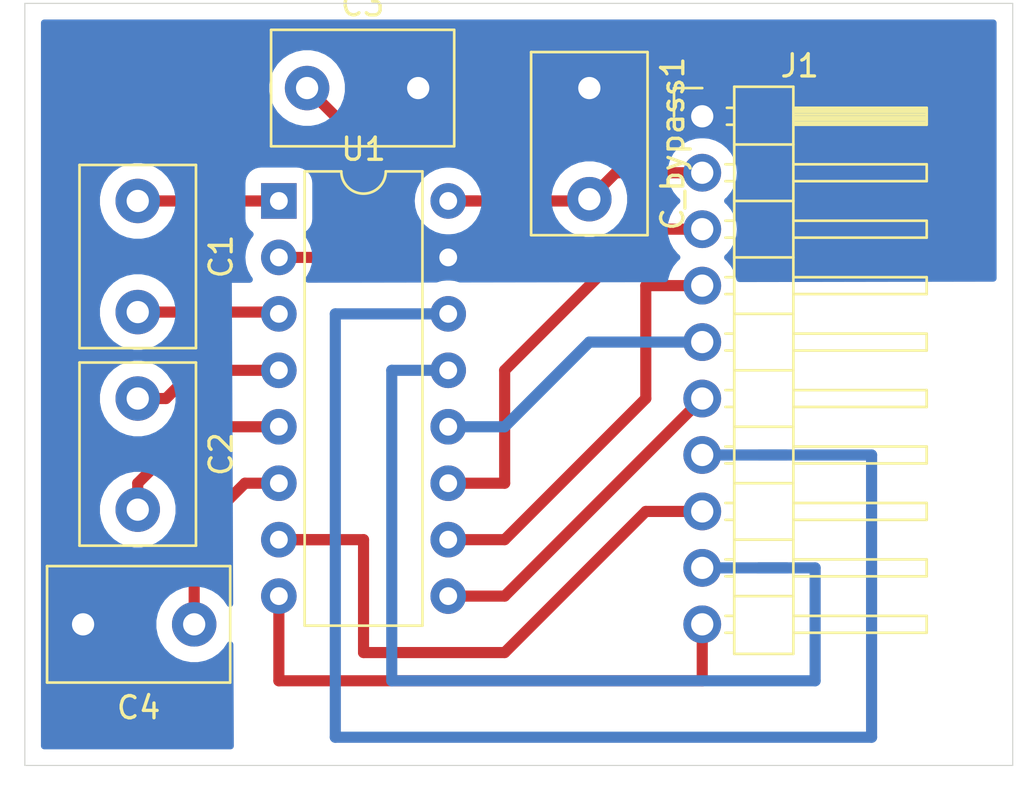
<source format=kicad_pcb>
(kicad_pcb (version 20171130) (host pcbnew "(5.1.4)-1")

  (general
    (thickness 1.6)
    (drawings 4)
    (tracks 55)
    (zones 0)
    (modules 7)
    (nets 17)
  )

  (page A4)
  (layers
    (0 F.Cu signal)
    (31 B.Cu signal)
    (32 B.Adhes user hide)
    (33 F.Adhes user hide)
    (34 B.Paste user hide)
    (35 F.Paste user hide)
    (36 B.SilkS user hide)
    (37 F.SilkS user hide)
    (38 B.Mask user hide)
    (39 F.Mask user hide)
    (40 Dwgs.User user hide)
    (41 Cmts.User user hide)
    (42 Eco1.User user hide)
    (43 Eco2.User user hide)
    (44 Edge.Cuts user)
    (45 Margin user hide)
    (46 B.CrtYd user hide)
    (47 F.CrtYd user hide)
    (48 B.Fab user hide)
    (49 F.Fab user hide)
  )

  (setup
    (last_trace_width 0.25)
    (user_trace_width 0.35)
    (user_trace_width 0.4)
    (user_trace_width 0.5)
    (trace_clearance 0.2)
    (zone_clearance 0.7)
    (zone_45_only no)
    (trace_min 0.2)
    (via_size 0.8)
    (via_drill 0.4)
    (via_min_size 0.4)
    (via_min_drill 0.3)
    (uvia_size 0.3)
    (uvia_drill 0.1)
    (uvias_allowed no)
    (uvia_min_size 0.2)
    (uvia_min_drill 0.1)
    (edge_width 0.05)
    (segment_width 0.2)
    (pcb_text_width 0.3)
    (pcb_text_size 1.5 1.5)
    (mod_edge_width 0.12)
    (mod_text_size 1 1)
    (mod_text_width 0.15)
    (pad_size 1.524 1.524)
    (pad_drill 0.762)
    (pad_to_mask_clearance 0.051)
    (solder_mask_min_width 0.25)
    (aux_axis_origin 0 0)
    (visible_elements 7FFFFFFF)
    (pcbplotparams
      (layerselection 0x01000_ffffffff)
      (usegerberextensions false)
      (usegerberattributes false)
      (usegerberadvancedattributes false)
      (creategerberjobfile false)
      (excludeedgelayer true)
      (linewidth 0.100000)
      (plotframeref false)
      (viasonmask false)
      (mode 1)
      (useauxorigin false)
      (hpglpennumber 1)
      (hpglpenspeed 20)
      (hpglpendiameter 15.000000)
      (psnegative false)
      (psa4output false)
      (plotreference true)
      (plotvalue false)
      (plotinvisibletext false)
      (padsonsilk false)
      (subtractmaskfromsilk false)
      (outputformat 1)
      (mirror false)
      (drillshape 0)
      (scaleselection 1)
      (outputdirectory "UART_RS232_Gerber/"))
  )

  (net 0 "")
  (net 1 "Net-(C1-Pad2)")
  (net 2 "Net-(C1-Pad1)")
  (net 3 "Net-(C2-Pad1)")
  (net 4 "Net-(C2-Pad2)")
  (net 5 Ground)
  (net 6 "Net-(C3-Pad1)")
  (net 7 "Net-(C4-Pad1)")
  (net 8 "Net-(J1-Pad3)")
  (net 9 "Net-(J1-Pad4)")
  (net 10 "Net-(J1-Pad5)")
  (net 11 "Net-(J1-Pad6)")
  (net 12 "Net-(J1-Pad7)")
  (net 13 "Net-(J1-Pad8)")
  (net 14 "Net-(J1-Pad9)")
  (net 15 "Net-(J1-Pad10)")
  (net 16 "Net-(C_bypass1-Pad2)")

  (net_class Default "This is the default net class."
    (clearance 0.2)
    (trace_width 0.25)
    (via_dia 0.8)
    (via_drill 0.4)
    (uvia_dia 0.3)
    (uvia_drill 0.1)
    (add_net Ground)
    (add_net "Net-(C1-Pad1)")
    (add_net "Net-(C1-Pad2)")
    (add_net "Net-(C2-Pad1)")
    (add_net "Net-(C2-Pad2)")
    (add_net "Net-(C3-Pad1)")
    (add_net "Net-(C4-Pad1)")
    (add_net "Net-(C_bypass1-Pad2)")
    (add_net "Net-(J1-Pad10)")
    (add_net "Net-(J1-Pad3)")
    (add_net "Net-(J1-Pad4)")
    (add_net "Net-(J1-Pad5)")
    (add_net "Net-(J1-Pad6)")
    (add_net "Net-(J1-Pad7)")
    (add_net "Net-(J1-Pad8)")
    (add_net "Net-(J1-Pad9)")
  )

  (module Package_DIP:DIP-16_W7.62mm (layer F.Cu) (tedit 5A02E8C5) (tstamp 5DC66045)
    (at 114.9604 84.2264)
    (descr "16-lead though-hole mounted DIP package, row spacing 7.62 mm (300 mils)")
    (tags "THT DIP DIL PDIP 2.54mm 7.62mm 300mil")
    (path /5DC5650B)
    (fp_text reference U1 (at 3.81 -2.33) (layer F.SilkS)
      (effects (font (size 1 1) (thickness 0.15)))
    )
    (fp_text value MAX3232 (at 3.81 20.11) (layer F.Fab)
      (effects (font (size 1 1) (thickness 0.15)))
    )
    (fp_text user %R (at 3.81 8.89) (layer F.Fab)
      (effects (font (size 1 1) (thickness 0.15)))
    )
    (fp_line (start 8.7 -1.55) (end -1.1 -1.55) (layer F.CrtYd) (width 0.05))
    (fp_line (start 8.7 19.3) (end 8.7 -1.55) (layer F.CrtYd) (width 0.05))
    (fp_line (start -1.1 19.3) (end 8.7 19.3) (layer F.CrtYd) (width 0.05))
    (fp_line (start -1.1 -1.55) (end -1.1 19.3) (layer F.CrtYd) (width 0.05))
    (fp_line (start 6.46 -1.33) (end 4.81 -1.33) (layer F.SilkS) (width 0.12))
    (fp_line (start 6.46 19.11) (end 6.46 -1.33) (layer F.SilkS) (width 0.12))
    (fp_line (start 1.16 19.11) (end 6.46 19.11) (layer F.SilkS) (width 0.12))
    (fp_line (start 1.16 -1.33) (end 1.16 19.11) (layer F.SilkS) (width 0.12))
    (fp_line (start 2.81 -1.33) (end 1.16 -1.33) (layer F.SilkS) (width 0.12))
    (fp_line (start 0.635 -0.27) (end 1.635 -1.27) (layer F.Fab) (width 0.1))
    (fp_line (start 0.635 19.05) (end 0.635 -0.27) (layer F.Fab) (width 0.1))
    (fp_line (start 6.985 19.05) (end 0.635 19.05) (layer F.Fab) (width 0.1))
    (fp_line (start 6.985 -1.27) (end 6.985 19.05) (layer F.Fab) (width 0.1))
    (fp_line (start 1.635 -1.27) (end 6.985 -1.27) (layer F.Fab) (width 0.1))
    (fp_arc (start 3.81 -1.33) (end 2.81 -1.33) (angle -180) (layer F.SilkS) (width 0.12))
    (pad 16 thru_hole oval (at 7.62 0) (size 1.6 1.6) (drill 0.8) (layers *.Cu *.Mask)
      (net 16 "Net-(C_bypass1-Pad2)"))
    (pad 8 thru_hole oval (at 0 17.78) (size 1.6 1.6) (drill 0.8) (layers *.Cu *.Mask)
      (net 15 "Net-(J1-Pad10)"))
    (pad 15 thru_hole oval (at 7.62 2.54) (size 1.6 1.6) (drill 0.8) (layers *.Cu *.Mask)
      (net 5 Ground))
    (pad 7 thru_hole oval (at 0 15.24) (size 1.6 1.6) (drill 0.8) (layers *.Cu *.Mask)
      (net 13 "Net-(J1-Pad8)"))
    (pad 14 thru_hole oval (at 7.62 5.08) (size 1.6 1.6) (drill 0.8) (layers *.Cu *.Mask)
      (net 12 "Net-(J1-Pad7)"))
    (pad 6 thru_hole oval (at 0 12.7) (size 1.6 1.6) (drill 0.8) (layers *.Cu *.Mask)
      (net 7 "Net-(C4-Pad1)"))
    (pad 13 thru_hole oval (at 7.62 7.62) (size 1.6 1.6) (drill 0.8) (layers *.Cu *.Mask)
      (net 14 "Net-(J1-Pad9)"))
    (pad 5 thru_hole oval (at 0 10.16) (size 1.6 1.6) (drill 0.8) (layers *.Cu *.Mask)
      (net 4 "Net-(C2-Pad2)"))
    (pad 12 thru_hole oval (at 7.62 10.16) (size 1.6 1.6) (drill 0.8) (layers *.Cu *.Mask)
      (net 10 "Net-(J1-Pad5)"))
    (pad 4 thru_hole oval (at 0 7.62) (size 1.6 1.6) (drill 0.8) (layers *.Cu *.Mask)
      (net 3 "Net-(C2-Pad1)"))
    (pad 11 thru_hole oval (at 7.62 12.7) (size 1.6 1.6) (drill 0.8) (layers *.Cu *.Mask)
      (net 8 "Net-(J1-Pad3)"))
    (pad 3 thru_hole oval (at 0 5.08) (size 1.6 1.6) (drill 0.8) (layers *.Cu *.Mask)
      (net 1 "Net-(C1-Pad2)"))
    (pad 10 thru_hole oval (at 7.62 15.24) (size 1.6 1.6) (drill 0.8) (layers *.Cu *.Mask)
      (net 9 "Net-(J1-Pad4)"))
    (pad 2 thru_hole oval (at 0 2.54) (size 1.6 1.6) (drill 0.8) (layers *.Cu *.Mask)
      (net 6 "Net-(C3-Pad1)"))
    (pad 9 thru_hole oval (at 7.62 17.78) (size 1.6 1.6) (drill 0.8) (layers *.Cu *.Mask)
      (net 11 "Net-(J1-Pad6)"))
    (pad 1 thru_hole rect (at 0 0) (size 1.6 1.6) (drill 0.8) (layers *.Cu *.Mask)
      (net 2 "Net-(C1-Pad1)"))
    (model ${KISYS3DMOD}/Package_DIP.3dshapes/DIP-16_W7.62mm.wrl
      (at (xyz 0 0 0))
      (scale (xyz 1 1 1))
      (rotate (xyz 0 0 0))
    )
  )

  (module Capacitor_THT:C_Disc_D8.0mm_W5.0mm_P5.00mm (layer F.Cu) (tedit 5AE50EF0) (tstamp 5DC65F41)
    (at 108.6104 93.1164 270)
    (descr "C, Disc series, Radial, pin pitch=5.00mm, , diameter*width=8*5.0mm^2, Capacitor, http://www.vishay.com/docs/28535/vy2series.pdf")
    (tags "C Disc series Radial pin pitch 5.00mm  diameter 8mm width 5.0mm Capacitor")
    (path /5DC5EBB7)
    (fp_text reference C2 (at 2.5 -3.75 90) (layer F.SilkS)
      (effects (font (size 1 1) (thickness 0.15)))
    )
    (fp_text value 0.47µF (at 2.5 3.75 90) (layer F.Fab)
      (effects (font (size 1 1) (thickness 0.15)))
    )
    (fp_line (start -1.5 -2.5) (end -1.5 2.5) (layer F.Fab) (width 0.1))
    (fp_line (start -1.5 2.5) (end 6.5 2.5) (layer F.Fab) (width 0.1))
    (fp_line (start 6.5 2.5) (end 6.5 -2.5) (layer F.Fab) (width 0.1))
    (fp_line (start 6.5 -2.5) (end -1.5 -2.5) (layer F.Fab) (width 0.1))
    (fp_line (start -1.62 -2.62) (end 6.62 -2.62) (layer F.SilkS) (width 0.12))
    (fp_line (start -1.62 2.62) (end 6.62 2.62) (layer F.SilkS) (width 0.12))
    (fp_line (start -1.62 -2.62) (end -1.62 2.62) (layer F.SilkS) (width 0.12))
    (fp_line (start 6.62 -2.62) (end 6.62 2.62) (layer F.SilkS) (width 0.12))
    (fp_line (start -1.75 -2.75) (end -1.75 2.75) (layer F.CrtYd) (width 0.05))
    (fp_line (start -1.75 2.75) (end 6.75 2.75) (layer F.CrtYd) (width 0.05))
    (fp_line (start 6.75 2.75) (end 6.75 -2.75) (layer F.CrtYd) (width 0.05))
    (fp_line (start 6.75 -2.75) (end -1.75 -2.75) (layer F.CrtYd) (width 0.05))
    (fp_text user %R (at 2.54 0 180) (layer F.Fab)
      (effects (font (size 1 1) (thickness 0.15)))
    )
    (pad 1 thru_hole circle (at 0 0 270) (size 2 2) (drill 1) (layers *.Cu *.Mask)
      (net 3 "Net-(C2-Pad1)"))
    (pad 2 thru_hole circle (at 5 0 270) (size 2 2) (drill 1) (layers *.Cu *.Mask)
      (net 4 "Net-(C2-Pad2)"))
    (model ${KISYS3DMOD}/Capacitor_THT.3dshapes/C_Disc_D8.0mm_W5.0mm_P5.00mm.wrl
      (at (xyz 0 0 0))
      (scale (xyz 1 1 1))
      (rotate (xyz 0 0 0))
    )
  )

  (module Capacitor_THT:C_Disc_D8.0mm_W5.0mm_P5.00mm (layer F.Cu) (tedit 5AE50EF0) (tstamp 5DC65F7A)
    (at 128.9304 79.1464 270)
    (descr "C, Disc series, Radial, pin pitch=5.00mm, , diameter*width=8*5.0mm^2, Capacitor, http://www.vishay.com/docs/28535/vy2series.pdf")
    (tags "C Disc series Radial pin pitch 5.00mm  diameter 8mm width 5.0mm Capacitor")
    (path /5DC5A41E)
    (fp_text reference C_bypass1 (at 2.5 -3.75 90) (layer F.SilkS)
      (effects (font (size 1 1) (thickness 0.15)))
    )
    (fp_text value 0.1µF (at 2.5 3.75 90) (layer F.Fab)
      (effects (font (size 1 1) (thickness 0.15)))
    )
    (fp_line (start -1.5 -2.5) (end -1.5 2.5) (layer F.Fab) (width 0.1))
    (fp_line (start -1.5 2.5) (end 6.5 2.5) (layer F.Fab) (width 0.1))
    (fp_line (start 6.5 2.5) (end 6.5 -2.5) (layer F.Fab) (width 0.1))
    (fp_line (start 6.5 -2.5) (end -1.5 -2.5) (layer F.Fab) (width 0.1))
    (fp_line (start -1.62 -2.62) (end 6.62 -2.62) (layer F.SilkS) (width 0.12))
    (fp_line (start -1.62 2.62) (end 6.62 2.62) (layer F.SilkS) (width 0.12))
    (fp_line (start -1.62 -2.62) (end -1.62 2.62) (layer F.SilkS) (width 0.12))
    (fp_line (start 6.62 -2.62) (end 6.62 2.62) (layer F.SilkS) (width 0.12))
    (fp_line (start -1.75 -2.75) (end -1.75 2.75) (layer F.CrtYd) (width 0.05))
    (fp_line (start -1.75 2.75) (end 6.75 2.75) (layer F.CrtYd) (width 0.05))
    (fp_line (start 6.75 2.75) (end 6.75 -2.75) (layer F.CrtYd) (width 0.05))
    (fp_line (start 6.75 -2.75) (end -1.75 -2.75) (layer F.CrtYd) (width 0.05))
    (fp_text user %R (at 2.5 0 90) (layer F.Fab)
      (effects (font (size 1 1) (thickness 0.15)))
    )
    (pad 1 thru_hole circle (at 0 0 270) (size 2 2) (drill 1) (layers *.Cu *.Mask)
      (net 5 Ground))
    (pad 2 thru_hole circle (at 5 0 270) (size 2 2) (drill 1) (layers *.Cu *.Mask)
      (net 16 "Net-(C_bypass1-Pad2)"))
    (model ${KISYS3DMOD}/Capacitor_THT.3dshapes/C_Disc_D8.0mm_W5.0mm_P5.00mm.wrl
      (at (xyz 0 0 0))
      (scale (xyz 1 1 1))
      (rotate (xyz 0 0 0))
    )
  )

  (module Connector_PinHeader_2.54mm:PinHeader_1x10_P2.54mm_Horizontal (layer F.Cu) (tedit 59FED5CB) (tstamp 5DC66015)
    (at 134.0104 80.4164)
    (descr "Through hole angled pin header, 1x10, 2.54mm pitch, 6mm pin length, single row")
    (tags "Through hole angled pin header THT 1x10 2.54mm single row")
    (path /5DC6B110)
    (fp_text reference J1 (at 4.385 -2.27) (layer F.SilkS)
      (effects (font (size 1 1) (thickness 0.15)))
    )
    (fp_text value Conn_01x10_Male (at 4.385 25.13) (layer F.Fab)
      (effects (font (size 1 1) (thickness 0.15)))
    )
    (fp_line (start 2.135 -1.27) (end 4.04 -1.27) (layer F.Fab) (width 0.1))
    (fp_line (start 4.04 -1.27) (end 4.04 24.13) (layer F.Fab) (width 0.1))
    (fp_line (start 4.04 24.13) (end 1.5 24.13) (layer F.Fab) (width 0.1))
    (fp_line (start 1.5 24.13) (end 1.5 -0.635) (layer F.Fab) (width 0.1))
    (fp_line (start 1.5 -0.635) (end 2.135 -1.27) (layer F.Fab) (width 0.1))
    (fp_line (start -0.32 -0.32) (end 1.5 -0.32) (layer F.Fab) (width 0.1))
    (fp_line (start -0.32 -0.32) (end -0.32 0.32) (layer F.Fab) (width 0.1))
    (fp_line (start -0.32 0.32) (end 1.5 0.32) (layer F.Fab) (width 0.1))
    (fp_line (start 4.04 -0.32) (end 10.04 -0.32) (layer F.Fab) (width 0.1))
    (fp_line (start 10.04 -0.32) (end 10.04 0.32) (layer F.Fab) (width 0.1))
    (fp_line (start 4.04 0.32) (end 10.04 0.32) (layer F.Fab) (width 0.1))
    (fp_line (start -0.32 2.22) (end 1.5 2.22) (layer F.Fab) (width 0.1))
    (fp_line (start -0.32 2.22) (end -0.32 2.86) (layer F.Fab) (width 0.1))
    (fp_line (start -0.32 2.86) (end 1.5 2.86) (layer F.Fab) (width 0.1))
    (fp_line (start 4.04 2.22) (end 10.04 2.22) (layer F.Fab) (width 0.1))
    (fp_line (start 10.04 2.22) (end 10.04 2.86) (layer F.Fab) (width 0.1))
    (fp_line (start 4.04 2.86) (end 10.04 2.86) (layer F.Fab) (width 0.1))
    (fp_line (start -0.32 4.76) (end 1.5 4.76) (layer F.Fab) (width 0.1))
    (fp_line (start -0.32 4.76) (end -0.32 5.4) (layer F.Fab) (width 0.1))
    (fp_line (start -0.32 5.4) (end 1.5 5.4) (layer F.Fab) (width 0.1))
    (fp_line (start 4.04 4.76) (end 10.04 4.76) (layer F.Fab) (width 0.1))
    (fp_line (start 10.04 4.76) (end 10.04 5.4) (layer F.Fab) (width 0.1))
    (fp_line (start 4.04 5.4) (end 10.04 5.4) (layer F.Fab) (width 0.1))
    (fp_line (start -0.32 7.3) (end 1.5 7.3) (layer F.Fab) (width 0.1))
    (fp_line (start -0.32 7.3) (end -0.32 7.94) (layer F.Fab) (width 0.1))
    (fp_line (start -0.32 7.94) (end 1.5 7.94) (layer F.Fab) (width 0.1))
    (fp_line (start 4.04 7.3) (end 10.04 7.3) (layer F.Fab) (width 0.1))
    (fp_line (start 10.04 7.3) (end 10.04 7.94) (layer F.Fab) (width 0.1))
    (fp_line (start 4.04 7.94) (end 10.04 7.94) (layer F.Fab) (width 0.1))
    (fp_line (start -0.32 9.84) (end 1.5 9.84) (layer F.Fab) (width 0.1))
    (fp_line (start -0.32 9.84) (end -0.32 10.48) (layer F.Fab) (width 0.1))
    (fp_line (start -0.32 10.48) (end 1.5 10.48) (layer F.Fab) (width 0.1))
    (fp_line (start 4.04 9.84) (end 10.04 9.84) (layer F.Fab) (width 0.1))
    (fp_line (start 10.04 9.84) (end 10.04 10.48) (layer F.Fab) (width 0.1))
    (fp_line (start 4.04 10.48) (end 10.04 10.48) (layer F.Fab) (width 0.1))
    (fp_line (start -0.32 12.38) (end 1.5 12.38) (layer F.Fab) (width 0.1))
    (fp_line (start -0.32 12.38) (end -0.32 13.02) (layer F.Fab) (width 0.1))
    (fp_line (start -0.32 13.02) (end 1.5 13.02) (layer F.Fab) (width 0.1))
    (fp_line (start 4.04 12.38) (end 10.04 12.38) (layer F.Fab) (width 0.1))
    (fp_line (start 10.04 12.38) (end 10.04 13.02) (layer F.Fab) (width 0.1))
    (fp_line (start 4.04 13.02) (end 10.04 13.02) (layer F.Fab) (width 0.1))
    (fp_line (start -0.32 14.92) (end 1.5 14.92) (layer F.Fab) (width 0.1))
    (fp_line (start -0.32 14.92) (end -0.32 15.56) (layer F.Fab) (width 0.1))
    (fp_line (start -0.32 15.56) (end 1.5 15.56) (layer F.Fab) (width 0.1))
    (fp_line (start 4.04 14.92) (end 10.04 14.92) (layer F.Fab) (width 0.1))
    (fp_line (start 10.04 14.92) (end 10.04 15.56) (layer F.Fab) (width 0.1))
    (fp_line (start 4.04 15.56) (end 10.04 15.56) (layer F.Fab) (width 0.1))
    (fp_line (start -0.32 17.46) (end 1.5 17.46) (layer F.Fab) (width 0.1))
    (fp_line (start -0.32 17.46) (end -0.32 18.1) (layer F.Fab) (width 0.1))
    (fp_line (start -0.32 18.1) (end 1.5 18.1) (layer F.Fab) (width 0.1))
    (fp_line (start 4.04 17.46) (end 10.04 17.46) (layer F.Fab) (width 0.1))
    (fp_line (start 10.04 17.46) (end 10.04 18.1) (layer F.Fab) (width 0.1))
    (fp_line (start 4.04 18.1) (end 10.04 18.1) (layer F.Fab) (width 0.1))
    (fp_line (start -0.32 20) (end 1.5 20) (layer F.Fab) (width 0.1))
    (fp_line (start -0.32 20) (end -0.32 20.64) (layer F.Fab) (width 0.1))
    (fp_line (start -0.32 20.64) (end 1.5 20.64) (layer F.Fab) (width 0.1))
    (fp_line (start 4.04 20) (end 10.04 20) (layer F.Fab) (width 0.1))
    (fp_line (start 10.04 20) (end 10.04 20.64) (layer F.Fab) (width 0.1))
    (fp_line (start 4.04 20.64) (end 10.04 20.64) (layer F.Fab) (width 0.1))
    (fp_line (start -0.32 22.54) (end 1.5 22.54) (layer F.Fab) (width 0.1))
    (fp_line (start -0.32 22.54) (end -0.32 23.18) (layer F.Fab) (width 0.1))
    (fp_line (start -0.32 23.18) (end 1.5 23.18) (layer F.Fab) (width 0.1))
    (fp_line (start 4.04 22.54) (end 10.04 22.54) (layer F.Fab) (width 0.1))
    (fp_line (start 10.04 22.54) (end 10.04 23.18) (layer F.Fab) (width 0.1))
    (fp_line (start 4.04 23.18) (end 10.04 23.18) (layer F.Fab) (width 0.1))
    (fp_line (start 1.44 -1.33) (end 1.44 24.19) (layer F.SilkS) (width 0.12))
    (fp_line (start 1.44 24.19) (end 4.1 24.19) (layer F.SilkS) (width 0.12))
    (fp_line (start 4.1 24.19) (end 4.1 -1.33) (layer F.SilkS) (width 0.12))
    (fp_line (start 4.1 -1.33) (end 1.44 -1.33) (layer F.SilkS) (width 0.12))
    (fp_line (start 4.1 -0.38) (end 10.1 -0.38) (layer F.SilkS) (width 0.12))
    (fp_line (start 10.1 -0.38) (end 10.1 0.38) (layer F.SilkS) (width 0.12))
    (fp_line (start 10.1 0.38) (end 4.1 0.38) (layer F.SilkS) (width 0.12))
    (fp_line (start 4.1 -0.32) (end 10.1 -0.32) (layer F.SilkS) (width 0.12))
    (fp_line (start 4.1 -0.2) (end 10.1 -0.2) (layer F.SilkS) (width 0.12))
    (fp_line (start 4.1 -0.08) (end 10.1 -0.08) (layer F.SilkS) (width 0.12))
    (fp_line (start 4.1 0.04) (end 10.1 0.04) (layer F.SilkS) (width 0.12))
    (fp_line (start 4.1 0.16) (end 10.1 0.16) (layer F.SilkS) (width 0.12))
    (fp_line (start 4.1 0.28) (end 10.1 0.28) (layer F.SilkS) (width 0.12))
    (fp_line (start 1.11 -0.38) (end 1.44 -0.38) (layer F.SilkS) (width 0.12))
    (fp_line (start 1.11 0.38) (end 1.44 0.38) (layer F.SilkS) (width 0.12))
    (fp_line (start 1.44 1.27) (end 4.1 1.27) (layer F.SilkS) (width 0.12))
    (fp_line (start 4.1 2.16) (end 10.1 2.16) (layer F.SilkS) (width 0.12))
    (fp_line (start 10.1 2.16) (end 10.1 2.92) (layer F.SilkS) (width 0.12))
    (fp_line (start 10.1 2.92) (end 4.1 2.92) (layer F.SilkS) (width 0.12))
    (fp_line (start 1.042929 2.16) (end 1.44 2.16) (layer F.SilkS) (width 0.12))
    (fp_line (start 1.042929 2.92) (end 1.44 2.92) (layer F.SilkS) (width 0.12))
    (fp_line (start 1.44 3.81) (end 4.1 3.81) (layer F.SilkS) (width 0.12))
    (fp_line (start 4.1 4.7) (end 10.1 4.7) (layer F.SilkS) (width 0.12))
    (fp_line (start 10.1 4.7) (end 10.1 5.46) (layer F.SilkS) (width 0.12))
    (fp_line (start 10.1 5.46) (end 4.1 5.46) (layer F.SilkS) (width 0.12))
    (fp_line (start 1.042929 4.7) (end 1.44 4.7) (layer F.SilkS) (width 0.12))
    (fp_line (start 1.042929 5.46) (end 1.44 5.46) (layer F.SilkS) (width 0.12))
    (fp_line (start 1.44 6.35) (end 4.1 6.35) (layer F.SilkS) (width 0.12))
    (fp_line (start 4.1 7.24) (end 10.1 7.24) (layer F.SilkS) (width 0.12))
    (fp_line (start 10.1 7.24) (end 10.1 8) (layer F.SilkS) (width 0.12))
    (fp_line (start 10.1 8) (end 4.1 8) (layer F.SilkS) (width 0.12))
    (fp_line (start 1.042929 7.24) (end 1.44 7.24) (layer F.SilkS) (width 0.12))
    (fp_line (start 1.042929 8) (end 1.44 8) (layer F.SilkS) (width 0.12))
    (fp_line (start 1.44 8.89) (end 4.1 8.89) (layer F.SilkS) (width 0.12))
    (fp_line (start 4.1 9.78) (end 10.1 9.78) (layer F.SilkS) (width 0.12))
    (fp_line (start 10.1 9.78) (end 10.1 10.54) (layer F.SilkS) (width 0.12))
    (fp_line (start 10.1 10.54) (end 4.1 10.54) (layer F.SilkS) (width 0.12))
    (fp_line (start 1.042929 9.78) (end 1.44 9.78) (layer F.SilkS) (width 0.12))
    (fp_line (start 1.042929 10.54) (end 1.44 10.54) (layer F.SilkS) (width 0.12))
    (fp_line (start 1.44 11.43) (end 4.1 11.43) (layer F.SilkS) (width 0.12))
    (fp_line (start 4.1 12.32) (end 10.1 12.32) (layer F.SilkS) (width 0.12))
    (fp_line (start 10.1 12.32) (end 10.1 13.08) (layer F.SilkS) (width 0.12))
    (fp_line (start 10.1 13.08) (end 4.1 13.08) (layer F.SilkS) (width 0.12))
    (fp_line (start 1.042929 12.32) (end 1.44 12.32) (layer F.SilkS) (width 0.12))
    (fp_line (start 1.042929 13.08) (end 1.44 13.08) (layer F.SilkS) (width 0.12))
    (fp_line (start 1.44 13.97) (end 4.1 13.97) (layer F.SilkS) (width 0.12))
    (fp_line (start 4.1 14.86) (end 10.1 14.86) (layer F.SilkS) (width 0.12))
    (fp_line (start 10.1 14.86) (end 10.1 15.62) (layer F.SilkS) (width 0.12))
    (fp_line (start 10.1 15.62) (end 4.1 15.62) (layer F.SilkS) (width 0.12))
    (fp_line (start 1.042929 14.86) (end 1.44 14.86) (layer F.SilkS) (width 0.12))
    (fp_line (start 1.042929 15.62) (end 1.44 15.62) (layer F.SilkS) (width 0.12))
    (fp_line (start 1.44 16.51) (end 4.1 16.51) (layer F.SilkS) (width 0.12))
    (fp_line (start 4.1 17.4) (end 10.1 17.4) (layer F.SilkS) (width 0.12))
    (fp_line (start 10.1 17.4) (end 10.1 18.16) (layer F.SilkS) (width 0.12))
    (fp_line (start 10.1 18.16) (end 4.1 18.16) (layer F.SilkS) (width 0.12))
    (fp_line (start 1.042929 17.4) (end 1.44 17.4) (layer F.SilkS) (width 0.12))
    (fp_line (start 1.042929 18.16) (end 1.44 18.16) (layer F.SilkS) (width 0.12))
    (fp_line (start 1.44 19.05) (end 4.1 19.05) (layer F.SilkS) (width 0.12))
    (fp_line (start 4.1 19.94) (end 10.1 19.94) (layer F.SilkS) (width 0.12))
    (fp_line (start 10.1 19.94) (end 10.1 20.7) (layer F.SilkS) (width 0.12))
    (fp_line (start 10.1 20.7) (end 4.1 20.7) (layer F.SilkS) (width 0.12))
    (fp_line (start 1.042929 19.94) (end 1.44 19.94) (layer F.SilkS) (width 0.12))
    (fp_line (start 1.042929 20.7) (end 1.44 20.7) (layer F.SilkS) (width 0.12))
    (fp_line (start 1.44 21.59) (end 4.1 21.59) (layer F.SilkS) (width 0.12))
    (fp_line (start 4.1 22.48) (end 10.1 22.48) (layer F.SilkS) (width 0.12))
    (fp_line (start 10.1 22.48) (end 10.1 23.24) (layer F.SilkS) (width 0.12))
    (fp_line (start 10.1 23.24) (end 4.1 23.24) (layer F.SilkS) (width 0.12))
    (fp_line (start 1.042929 22.48) (end 1.44 22.48) (layer F.SilkS) (width 0.12))
    (fp_line (start 1.042929 23.24) (end 1.44 23.24) (layer F.SilkS) (width 0.12))
    (fp_line (start -1.27 0) (end -1.27 -1.27) (layer F.SilkS) (width 0.12))
    (fp_line (start -1.27 -1.27) (end 0 -1.27) (layer F.SilkS) (width 0.12))
    (fp_line (start -1.8 -1.8) (end -1.8 24.65) (layer F.CrtYd) (width 0.05))
    (fp_line (start -1.8 24.65) (end 10.55 24.65) (layer F.CrtYd) (width 0.05))
    (fp_line (start 10.55 24.65) (end 10.55 -1.8) (layer F.CrtYd) (width 0.05))
    (fp_line (start 10.55 -1.8) (end -1.8 -1.8) (layer F.CrtYd) (width 0.05))
    (fp_text user %R (at 2.77 11.43 90) (layer F.Fab)
      (effects (font (size 1 1) (thickness 0.15)))
    )
    (pad 1 thru_hole rect (at 0 0) (size 1.7 1.7) (drill 1) (layers *.Cu *.Mask)
      (net 5 Ground))
    (pad 2 thru_hole oval (at 0 2.54) (size 1.7 1.7) (drill 1) (layers *.Cu *.Mask)
      (net 16 "Net-(C_bypass1-Pad2)"))
    (pad 3 thru_hole oval (at 0 5.08) (size 1.7 1.7) (drill 1) (layers *.Cu *.Mask)
      (net 8 "Net-(J1-Pad3)"))
    (pad 4 thru_hole oval (at 0 7.62) (size 1.7 1.7) (drill 1) (layers *.Cu *.Mask)
      (net 9 "Net-(J1-Pad4)"))
    (pad 5 thru_hole oval (at 0 10.16) (size 1.7 1.7) (drill 1) (layers *.Cu *.Mask)
      (net 10 "Net-(J1-Pad5)"))
    (pad 6 thru_hole oval (at 0 12.7) (size 1.7 1.7) (drill 1) (layers *.Cu *.Mask)
      (net 11 "Net-(J1-Pad6)"))
    (pad 7 thru_hole oval (at 0 15.24) (size 1.7 1.7) (drill 1) (layers *.Cu *.Mask)
      (net 12 "Net-(J1-Pad7)"))
    (pad 8 thru_hole oval (at 0 17.78) (size 1.7 1.7) (drill 1) (layers *.Cu *.Mask)
      (net 13 "Net-(J1-Pad8)"))
    (pad 9 thru_hole oval (at 0 20.32) (size 1.7 1.7) (drill 1) (layers *.Cu *.Mask)
      (net 14 "Net-(J1-Pad9)"))
    (pad 10 thru_hole oval (at 0 22.86) (size 1.7 1.7) (drill 1) (layers *.Cu *.Mask)
      (net 15 "Net-(J1-Pad10)"))
    (model ${KISYS3DMOD}/Connector_PinHeader_2.54mm.3dshapes/PinHeader_1x10_P2.54mm_Horizontal.wrl
      (at (xyz 0 0 0))
      (scale (xyz 1 1 1))
      (rotate (xyz 0 0 0))
    )
  )

  (module Capacitor_THT:C_Disc_D8.0mm_W5.0mm_P5.00mm (layer F.Cu) (tedit 5AE50EF0) (tstamp 5DC65F2E)
    (at 108.6104 84.2264 270)
    (descr "C, Disc series, Radial, pin pitch=5.00mm, , diameter*width=8*5.0mm^2, Capacitor, http://www.vishay.com/docs/28535/vy2series.pdf")
    (tags "C Disc series Radial pin pitch 5.00mm  diameter 8mm width 5.0mm Capacitor")
    (path /5DC5ACEC)
    (fp_text reference C1 (at 2.5 -3.75 90) (layer F.SilkS)
      (effects (font (size 1 1) (thickness 0.15)))
    )
    (fp_text value 0.1µF (at 2.5 3.75 90) (layer F.Fab)
      (effects (font (size 1 1) (thickness 0.15)))
    )
    (fp_text user %R (at 2.5 0) (layer F.Fab)
      (effects (font (size 1 1) (thickness 0.15)))
    )
    (fp_line (start 6.75 -2.75) (end -1.75 -2.75) (layer F.CrtYd) (width 0.05))
    (fp_line (start 6.75 2.75) (end 6.75 -2.75) (layer F.CrtYd) (width 0.05))
    (fp_line (start -1.75 2.75) (end 6.75 2.75) (layer F.CrtYd) (width 0.05))
    (fp_line (start -1.75 -2.75) (end -1.75 2.75) (layer F.CrtYd) (width 0.05))
    (fp_line (start 6.62 -2.62) (end 6.62 2.62) (layer F.SilkS) (width 0.12))
    (fp_line (start -1.62 -2.62) (end -1.62 2.62) (layer F.SilkS) (width 0.12))
    (fp_line (start -1.62 2.62) (end 6.62 2.62) (layer F.SilkS) (width 0.12))
    (fp_line (start -1.62 -2.62) (end 6.62 -2.62) (layer F.SilkS) (width 0.12))
    (fp_line (start 6.5 -2.5) (end -1.5 -2.5) (layer F.Fab) (width 0.1))
    (fp_line (start 6.5 2.5) (end 6.5 -2.5) (layer F.Fab) (width 0.1))
    (fp_line (start -1.5 2.5) (end 6.5 2.5) (layer F.Fab) (width 0.1))
    (fp_line (start -1.5 -2.5) (end -1.5 2.5) (layer F.Fab) (width 0.1))
    (pad 2 thru_hole circle (at 5 0 270) (size 2 2) (drill 1) (layers *.Cu *.Mask)
      (net 1 "Net-(C1-Pad2)"))
    (pad 1 thru_hole circle (at 0 0 270) (size 2 2) (drill 1) (layers *.Cu *.Mask)
      (net 2 "Net-(C1-Pad1)"))
    (model ${KISYS3DMOD}/Capacitor_THT.3dshapes/C_Disc_D8.0mm_W5.0mm_P5.00mm.wrl
      (at (xyz 0 0 0))
      (scale (xyz 1 1 1))
      (rotate (xyz 0 0 0))
    )
  )

  (module Capacitor_THT:C_Disc_D8.0mm_W5.0mm_P5.00mm (layer F.Cu) (tedit 5AE50EF0) (tstamp 5DC666CC)
    (at 116.2304 79.1464)
    (descr "C, Disc series, Radial, pin pitch=5.00mm, , diameter*width=8*5.0mm^2, Capacitor, http://www.vishay.com/docs/28535/vy2series.pdf")
    (tags "C Disc series Radial pin pitch 5.00mm  diameter 8mm width 5.0mm Capacitor")
    (path /5DC61B04)
    (fp_text reference C3 (at 2.5 -3.75) (layer F.SilkS)
      (effects (font (size 1 1) (thickness 0.15)))
    )
    (fp_text value 0.47µF (at 2.5 3.75) (layer F.Fab)
      (effects (font (size 1 1) (thickness 0.15)))
    )
    (fp_line (start -1.5 -2.5) (end -1.5 2.5) (layer F.Fab) (width 0.1))
    (fp_line (start -1.5 2.5) (end 6.5 2.5) (layer F.Fab) (width 0.1))
    (fp_line (start 6.5 2.5) (end 6.5 -2.5) (layer F.Fab) (width 0.1))
    (fp_line (start 6.5 -2.5) (end -1.5 -2.5) (layer F.Fab) (width 0.1))
    (fp_line (start -1.62 -2.62) (end 6.62 -2.62) (layer F.SilkS) (width 0.12))
    (fp_line (start -1.62 2.62) (end 6.62 2.62) (layer F.SilkS) (width 0.12))
    (fp_line (start -1.62 -2.62) (end -1.62 2.62) (layer F.SilkS) (width 0.12))
    (fp_line (start 6.62 -2.62) (end 6.62 2.62) (layer F.SilkS) (width 0.12))
    (fp_line (start -1.75 -2.75) (end -1.75 2.75) (layer F.CrtYd) (width 0.05))
    (fp_line (start -1.75 2.75) (end 6.75 2.75) (layer F.CrtYd) (width 0.05))
    (fp_line (start 6.75 2.75) (end 6.75 -2.75) (layer F.CrtYd) (width 0.05))
    (fp_line (start 6.75 -2.75) (end -1.75 -2.75) (layer F.CrtYd) (width 0.05))
    (fp_text user %R (at 2.5 0) (layer F.Fab)
      (effects (font (size 1 1) (thickness 0.15)))
    )
    (pad 1 thru_hole circle (at 0 0) (size 2 2) (drill 1) (layers *.Cu *.Mask)
      (net 6 "Net-(C3-Pad1)"))
    (pad 2 thru_hole circle (at 5 0) (size 2 2) (drill 1) (layers *.Cu *.Mask)
      (net 5 Ground))
    (model ${KISYS3DMOD}/Capacitor_THT.3dshapes/C_Disc_D8.0mm_W5.0mm_P5.00mm.wrl
      (at (xyz 0 0 0))
      (scale (xyz 1 1 1))
      (rotate (xyz 0 0 0))
    )
  )

  (module Capacitor_THT:C_Disc_D8.0mm_W5.0mm_P5.00mm (layer F.Cu) (tedit 5AE50EF0) (tstamp 5DC65F67)
    (at 111.1504 103.2764 180)
    (descr "C, Disc series, Radial, pin pitch=5.00mm, , diameter*width=8*5.0mm^2, Capacitor, http://www.vishay.com/docs/28535/vy2series.pdf")
    (tags "C Disc series Radial pin pitch 5.00mm  diameter 8mm width 5.0mm Capacitor")
    (path /5DC62012)
    (fp_text reference C4 (at 2.5 -3.75) (layer F.SilkS)
      (effects (font (size 1 1) (thickness 0.15)))
    )
    (fp_text value 0.47µF (at 2.5 3.75) (layer F.Fab)
      (effects (font (size 1 1) (thickness 0.15)))
    )
    (fp_text user %R (at 0.064999 -0.165001) (layer F.Fab)
      (effects (font (size 1 1) (thickness 0.15)))
    )
    (fp_line (start 6.75 -2.75) (end -1.75 -2.75) (layer F.CrtYd) (width 0.05))
    (fp_line (start 6.75 2.75) (end 6.75 -2.75) (layer F.CrtYd) (width 0.05))
    (fp_line (start -1.75 2.75) (end 6.75 2.75) (layer F.CrtYd) (width 0.05))
    (fp_line (start -1.75 -2.75) (end -1.75 2.75) (layer F.CrtYd) (width 0.05))
    (fp_line (start 6.62 -2.62) (end 6.62 2.62) (layer F.SilkS) (width 0.12))
    (fp_line (start -1.62 -2.62) (end -1.62 2.62) (layer F.SilkS) (width 0.12))
    (fp_line (start -1.62 2.62) (end 6.62 2.62) (layer F.SilkS) (width 0.12))
    (fp_line (start -1.62 -2.62) (end 6.62 -2.62) (layer F.SilkS) (width 0.12))
    (fp_line (start 6.5 -2.5) (end -1.5 -2.5) (layer F.Fab) (width 0.1))
    (fp_line (start 6.5 2.5) (end 6.5 -2.5) (layer F.Fab) (width 0.1))
    (fp_line (start -1.5 2.5) (end 6.5 2.5) (layer F.Fab) (width 0.1))
    (fp_line (start -1.5 -2.5) (end -1.5 2.5) (layer F.Fab) (width 0.1))
    (pad 2 thru_hole circle (at 5 0 180) (size 2 2) (drill 1) (layers *.Cu *.Mask)
      (net 5 Ground))
    (pad 1 thru_hole circle (at 0 0 180) (size 2 2) (drill 1) (layers *.Cu *.Mask)
      (net 7 "Net-(C4-Pad1)"))
    (model ${KISYS3DMOD}/Capacitor_THT.3dshapes/C_Disc_D8.0mm_W5.0mm_P5.00mm.wrl
      (at (xyz 0 0 0))
      (scale (xyz 1 1 1))
      (rotate (xyz 0 0 0))
    )
  )

  (gr_line (start 103.5304 109.6264) (end 103.5304 75.3364) (layer Edge.Cuts) (width 0.05) (tstamp 5DC5768F))
  (gr_line (start 147.9804 109.6264) (end 103.5304 109.6264) (layer Edge.Cuts) (width 0.05))
  (gr_line (start 147.9804 75.3364) (end 147.9804 109.6264) (layer Edge.Cuts) (width 0.05))
  (gr_line (start 103.5304 75.3364) (end 147.9804 75.3364) (layer Edge.Cuts) (width 0.05))

  (segment (start 114.8804 89.2264) (end 114.9604 89.3064) (width 0.5) (layer F.Cu) (net 1))
  (segment (start 108.6104 89.2264) (end 114.8804 89.2264) (width 0.5) (layer F.Cu) (net 1))
  (segment (start 108.6104 84.2264) (end 114.9604 84.2264) (width 0.5) (layer F.Cu) (net 2))
  (segment (start 108.6104 93.1164) (end 109.8804 93.1164) (width 0.5) (layer F.Cu) (net 3))
  (segment (start 111.1504 91.8464) (end 114.9604 91.8464) (width 0.5) (layer F.Cu) (net 3))
  (segment (start 109.8804 93.1164) (end 111.1504 91.8464) (width 0.5) (layer F.Cu) (net 3))
  (segment (start 108.6104 98.1164) (end 108.6104 96.9264) (width 0.5) (layer F.Cu) (net 4))
  (segment (start 111.1504 94.3864) (end 114.9604 94.3864) (width 0.5) (layer F.Cu) (net 4))
  (segment (start 108.6104 96.9264) (end 111.1504 94.3864) (width 0.5) (layer F.Cu) (net 4))
  (segment (start 114.9604 86.7664) (end 117.5004 86.7664) (width 0.5) (layer F.Cu) (net 6))
  (segment (start 117.5004 86.7664) (end 117.5004 80.4164) (width 0.5) (layer F.Cu) (net 6))
  (segment (start 117.5004 80.4164) (end 116.2304 79.1464) (width 0.5) (layer F.Cu) (net 6))
  (segment (start 111.1504 103.2764) (end 111.1504 99.9744) (width 0.5) (layer F.Cu) (net 7))
  (segment (start 114.9604 96.9264) (end 113.4364 96.9264) (width 0.5) (layer F.Cu) (net 7))
  (segment (start 111.1504 99.2124) (end 111.1504 99.9744) (width 0.5) (layer F.Cu) (net 7))
  (segment (start 113.4364 96.9264) (end 111.1504 99.2124) (width 0.5) (layer F.Cu) (net 7))
  (segment (start 125.1204 96.9264) (end 122.5804 96.9264) (width 0.5) (layer F.Cu) (net 8))
  (segment (start 134.0104 85.4964) (end 131.4704 85.4964) (width 0.5) (layer F.Cu) (net 8))
  (segment (start 131.4704 85.4964) (end 125.1204 91.8464) (width 0.5) (layer F.Cu) (net 8))
  (segment (start 125.1204 91.8464) (end 125.1204 96.9264) (width 0.5) (layer F.Cu) (net 8))
  (segment (start 125.1204 99.4664) (end 122.5804 99.4664) (width 0.5) (layer F.Cu) (net 9))
  (segment (start 125.1204 99.4664) (end 131.4704 93.1164) (width 0.5) (layer F.Cu) (net 9))
  (segment (start 131.4704 93.1164) (end 131.4704 88.0364) (width 0.5) (layer F.Cu) (net 9))
  (segment (start 131.4704 88.0364) (end 134.0104 88.0364) (width 0.5) (layer F.Cu) (net 9))
  (segment (start 125.1204 94.3864) (end 122.5804 94.3864) (width 0.5) (layer B.Cu) (net 10))
  (segment (start 128.9304 90.5764) (end 125.1204 94.3864) (width 0.5) (layer B.Cu) (net 10))
  (segment (start 128.9304 90.5764) (end 134.0104 90.5764) (width 0.5) (layer B.Cu) (net 10))
  (segment (start 125.1204 102.0064) (end 122.5804 102.0064) (width 0.5) (layer F.Cu) (net 11))
  (segment (start 125.1204 102.0064) (end 134.0104 93.1164) (width 0.5) (layer F.Cu) (net 11))
  (segment (start 117.5004 89.3064) (end 122.5804 89.3064) (width 0.5) (layer B.Cu) (net 12))
  (segment (start 117.5004 108.3564) (end 117.5004 89.3064) (width 0.5) (layer B.Cu) (net 12))
  (segment (start 141.6304 108.3564) (end 117.5004 108.3564) (width 0.5) (layer B.Cu) (net 12))
  (segment (start 136.5504 95.6564) (end 141.6304 95.6564) (width 0.5) (layer B.Cu) (net 12))
  (segment (start 141.6304 95.6564) (end 141.6304 108.3564) (width 0.5) (layer B.Cu) (net 12))
  (segment (start 134.0104 95.6564) (end 137.8204 95.6564) (width 0.5) (layer B.Cu) (net 12))
  (segment (start 114.9604 99.4664) (end 117.5004 99.4664) (width 0.5) (layer F.Cu) (net 13))
  (segment (start 125.1204 104.5464) (end 118.7704 104.5464) (width 0.5) (layer F.Cu) (net 13))
  (segment (start 118.7704 104.5464) (end 118.7704 99.4664) (width 0.5) (layer F.Cu) (net 13))
  (segment (start 118.7704 99.4664) (end 114.9604 99.4664) (width 0.5) (layer F.Cu) (net 13))
  (segment (start 125.1204 104.5464) (end 131.4704 98.1964) (width 0.5) (layer F.Cu) (net 13))
  (segment (start 131.4704 98.1964) (end 134.0104 98.1964) (width 0.5) (layer F.Cu) (net 13))
  (segment (start 122.5804 91.8464) (end 120.0404 91.8464) (width 0.5) (layer B.Cu) (net 14))
  (segment (start 120.0404 91.8464) (end 120.0404 105.8164) (width 0.5) (layer B.Cu) (net 14))
  (segment (start 120.0404 105.8164) (end 139.0904 105.8164) (width 0.5) (layer B.Cu) (net 14))
  (segment (start 139.0904 105.8164) (end 139.0904 100.7364) (width 0.5) (layer B.Cu) (net 14))
  (segment (start 139.0904 100.7364) (end 136.5504 100.7364) (width 0.5) (layer B.Cu) (net 14))
  (segment (start 134.0104 100.7364) (end 137.8204 100.7364) (width 0.5) (layer B.Cu) (net 14))
  (segment (start 114.9604 102.0064) (end 114.9604 105.8164) (width 0.5) (layer F.Cu) (net 15))
  (segment (start 114.9604 105.8164) (end 134.0104 105.8164) (width 0.5) (layer F.Cu) (net 15))
  (segment (start 134.0104 105.8164) (end 134.0104 103.2764) (width 0.5) (layer F.Cu) (net 15))
  (segment (start 122.5804 84.2264) (end 123.9304 84.2264) (width 0.5) (layer F.Cu) (net 16))
  (segment (start 128.8504 84.2264) (end 128.9304 84.1464) (width 0.5) (layer F.Cu) (net 16))
  (segment (start 122.5804 84.2264) (end 128.8504 84.2264) (width 0.5) (layer F.Cu) (net 16))
  (segment (start 130.1204 82.9564) (end 128.9304 84.1464) (width 0.5) (layer F.Cu) (net 16))
  (segment (start 134.0104 82.9564) (end 130.2004 82.9564) (width 0.5) (layer F.Cu) (net 16))

  (zone (net 5) (net_name Ground) (layer B.Cu) (tstamp 5DD3039D) (hatch edge 0.508)
    (connect_pads yes (clearance 0.7))
    (min_thickness 0.3)
    (fill yes (arc_segments 32) (thermal_gap 0.508) (thermal_bridge_width 0.508))
    (polygon
      (pts
        (xy 102.5652 110.1852) (xy 102.4128 75.184) (xy 148.4884 75.6412) (xy 148.266944 87.857013) (xy 112.845057 87.910988)
        (xy 112.942688 110.537625) (xy 102.5652 110.49)
      )
    )
    (filled_polygon
      (pts
        (xy 147.1054 87.708782) (xy 135.688071 87.72618) (xy 135.685802 87.703142) (xy 135.588594 87.382691) (xy 135.430737 87.087361)
        (xy 135.218297 86.828503) (xy 135.142625 86.7664) (xy 135.218297 86.704297) (xy 135.430737 86.445439) (xy 135.588594 86.150109)
        (xy 135.685802 85.829658) (xy 135.718625 85.4964) (xy 135.685802 85.163142) (xy 135.588594 84.842691) (xy 135.430737 84.547361)
        (xy 135.218297 84.288503) (xy 135.142625 84.2264) (xy 135.218297 84.164297) (xy 135.430737 83.905439) (xy 135.588594 83.610109)
        (xy 135.685802 83.289658) (xy 135.718625 82.9564) (xy 135.685802 82.623142) (xy 135.588594 82.302691) (xy 135.430737 82.007361)
        (xy 135.218297 81.748503) (xy 134.959439 81.536063) (xy 134.664109 81.378206) (xy 134.343658 81.280998) (xy 134.09391 81.2564)
        (xy 133.92689 81.2564) (xy 133.677142 81.280998) (xy 133.356691 81.378206) (xy 133.061361 81.536063) (xy 132.802503 81.748503)
        (xy 132.590063 82.007361) (xy 132.432206 82.302691) (xy 132.334998 82.623142) (xy 132.302175 82.9564) (xy 132.334998 83.289658)
        (xy 132.432206 83.610109) (xy 132.590063 83.905439) (xy 132.802503 84.164297) (xy 132.878175 84.2264) (xy 132.802503 84.288503)
        (xy 132.590063 84.547361) (xy 132.432206 84.842691) (xy 132.334998 85.163142) (xy 132.302175 85.4964) (xy 132.334998 85.829658)
        (xy 132.432206 86.150109) (xy 132.590063 86.445439) (xy 132.802503 86.704297) (xy 132.878175 86.7664) (xy 132.802503 86.828503)
        (xy 132.590063 87.087361) (xy 132.432206 87.382691) (xy 132.334998 87.703142) (xy 132.332225 87.731294) (xy 123.118327 87.745333)
        (xy 122.903856 87.680275) (xy 122.661452 87.6564) (xy 122.499348 87.6564) (xy 122.256944 87.680275) (xy 122.037041 87.746981)
        (xy 116.282973 87.755749) (xy 116.338962 87.687526) (xy 116.492177 87.400883) (xy 116.586525 87.089856) (xy 116.618383 86.7664)
        (xy 116.586525 86.442944) (xy 116.492177 86.131917) (xy 116.338962 85.845274) (xy 116.243781 85.729295) (xy 116.364348 85.630348)
        (xy 116.470568 85.500919) (xy 116.549497 85.353255) (xy 116.5981 85.193029) (xy 116.614512 85.0264) (xy 116.614512 84.2264)
        (xy 120.922417 84.2264) (xy 120.954275 84.549856) (xy 121.048623 84.860883) (xy 121.201838 85.147526) (xy 121.408029 85.398771)
        (xy 121.659274 85.604962) (xy 121.945917 85.758177) (xy 122.256944 85.852525) (xy 122.499348 85.8764) (xy 122.661452 85.8764)
        (xy 122.903856 85.852525) (xy 123.214883 85.758177) (xy 123.501526 85.604962) (xy 123.752771 85.398771) (xy 123.958962 85.147526)
        (xy 124.112177 84.860883) (xy 124.206525 84.549856) (xy 124.238383 84.2264) (xy 124.212558 83.964191) (xy 127.0804 83.964191)
        (xy 127.0804 84.328609) (xy 127.151495 84.686025) (xy 127.290952 85.022703) (xy 127.493411 85.325706) (xy 127.751094 85.583389)
        (xy 128.054097 85.785848) (xy 128.390775 85.925305) (xy 128.748191 85.9964) (xy 129.112609 85.9964) (xy 129.470025 85.925305)
        (xy 129.806703 85.785848) (xy 130.109706 85.583389) (xy 130.367389 85.325706) (xy 130.569848 85.022703) (xy 130.709305 84.686025)
        (xy 130.7804 84.328609) (xy 130.7804 83.964191) (xy 130.709305 83.606775) (xy 130.569848 83.270097) (xy 130.367389 82.967094)
        (xy 130.109706 82.709411) (xy 129.806703 82.506952) (xy 129.470025 82.367495) (xy 129.112609 82.2964) (xy 128.748191 82.2964)
        (xy 128.390775 82.367495) (xy 128.054097 82.506952) (xy 127.751094 82.709411) (xy 127.493411 82.967094) (xy 127.290952 83.270097)
        (xy 127.151495 83.606775) (xy 127.0804 83.964191) (xy 124.212558 83.964191) (xy 124.206525 83.902944) (xy 124.112177 83.591917)
        (xy 123.958962 83.305274) (xy 123.752771 83.054029) (xy 123.501526 82.847838) (xy 123.214883 82.694623) (xy 122.903856 82.600275)
        (xy 122.661452 82.5764) (xy 122.499348 82.5764) (xy 122.256944 82.600275) (xy 121.945917 82.694623) (xy 121.659274 82.847838)
        (xy 121.408029 83.054029) (xy 121.201838 83.305274) (xy 121.048623 83.591917) (xy 120.954275 83.902944) (xy 120.922417 84.2264)
        (xy 116.614512 84.2264) (xy 116.614512 83.4264) (xy 116.5981 83.259771) (xy 116.549497 83.099545) (xy 116.470568 82.951881)
        (xy 116.364348 82.822452) (xy 116.234919 82.716232) (xy 116.087255 82.637303) (xy 115.927029 82.5887) (xy 115.7604 82.572288)
        (xy 114.1604 82.572288) (xy 113.993771 82.5887) (xy 113.833545 82.637303) (xy 113.685881 82.716232) (xy 113.556452 82.822452)
        (xy 113.450232 82.951881) (xy 113.371303 83.099545) (xy 113.3227 83.259771) (xy 113.306288 83.4264) (xy 113.306288 85.0264)
        (xy 113.3227 85.193029) (xy 113.371303 85.353255) (xy 113.450232 85.500919) (xy 113.556452 85.630348) (xy 113.677019 85.729295)
        (xy 113.581838 85.845274) (xy 113.428623 86.131917) (xy 113.334275 86.442944) (xy 113.302417 86.7664) (xy 113.334275 87.089856)
        (xy 113.428623 87.400883) (xy 113.581838 87.687526) (xy 113.641131 87.759775) (xy 112.844828 87.760988) (xy 112.815569 87.763915)
        (xy 112.787443 87.772494) (xy 112.761532 87.786395) (xy 112.738829 87.805084) (xy 112.72021 87.827843) (xy 112.706388 87.853797)
        (xy 112.697895 87.881949) (xy 112.695058 87.911635) (xy 112.757364 102.351481) (xy 112.587389 102.097094) (xy 112.329706 101.839411)
        (xy 112.026703 101.636952) (xy 111.690025 101.497495) (xy 111.332609 101.4264) (xy 110.968191 101.4264) (xy 110.610775 101.497495)
        (xy 110.274097 101.636952) (xy 109.971094 101.839411) (xy 109.713411 102.097094) (xy 109.510952 102.400097) (xy 109.371495 102.736775)
        (xy 109.3004 103.094191) (xy 109.3004 103.458609) (xy 109.371495 103.816025) (xy 109.510952 104.152703) (xy 109.713411 104.455706)
        (xy 109.971094 104.713389) (xy 110.274097 104.915848) (xy 110.610775 105.055305) (xy 110.968191 105.1264) (xy 111.332609 105.1264)
        (xy 111.690025 105.055305) (xy 112.026703 104.915848) (xy 112.329706 104.713389) (xy 112.587389 104.455706) (xy 112.765295 104.18945)
        (xy 112.784979 108.7514) (xy 104.4054 108.7514) (xy 104.4054 97.934191) (xy 106.7604 97.934191) (xy 106.7604 98.298609)
        (xy 106.831495 98.656025) (xy 106.970952 98.992703) (xy 107.173411 99.295706) (xy 107.431094 99.553389) (xy 107.734097 99.755848)
        (xy 108.070775 99.895305) (xy 108.428191 99.9664) (xy 108.792609 99.9664) (xy 109.150025 99.895305) (xy 109.486703 99.755848)
        (xy 109.789706 99.553389) (xy 110.047389 99.295706) (xy 110.249848 98.992703) (xy 110.389305 98.656025) (xy 110.4604 98.298609)
        (xy 110.4604 97.934191) (xy 110.389305 97.576775) (xy 110.249848 97.240097) (xy 110.047389 96.937094) (xy 109.789706 96.679411)
        (xy 109.486703 96.476952) (xy 109.150025 96.337495) (xy 108.792609 96.2664) (xy 108.428191 96.2664) (xy 108.070775 96.337495)
        (xy 107.734097 96.476952) (xy 107.431094 96.679411) (xy 107.173411 96.937094) (xy 106.970952 97.240097) (xy 106.831495 97.576775)
        (xy 106.7604 97.934191) (xy 104.4054 97.934191) (xy 104.4054 92.934191) (xy 106.7604 92.934191) (xy 106.7604 93.298609)
        (xy 106.831495 93.656025) (xy 106.970952 93.992703) (xy 107.173411 94.295706) (xy 107.431094 94.553389) (xy 107.734097 94.755848)
        (xy 108.070775 94.895305) (xy 108.428191 94.9664) (xy 108.792609 94.9664) (xy 109.150025 94.895305) (xy 109.486703 94.755848)
        (xy 109.789706 94.553389) (xy 110.047389 94.295706) (xy 110.249848 93.992703) (xy 110.389305 93.656025) (xy 110.4604 93.298609)
        (xy 110.4604 92.934191) (xy 110.389305 92.576775) (xy 110.249848 92.240097) (xy 110.047389 91.937094) (xy 109.789706 91.679411)
        (xy 109.486703 91.476952) (xy 109.150025 91.337495) (xy 108.792609 91.2664) (xy 108.428191 91.2664) (xy 108.070775 91.337495)
        (xy 107.734097 91.476952) (xy 107.431094 91.679411) (xy 107.173411 91.937094) (xy 106.970952 92.240097) (xy 106.831495 92.576775)
        (xy 106.7604 92.934191) (xy 104.4054 92.934191) (xy 104.4054 89.044191) (xy 106.7604 89.044191) (xy 106.7604 89.408609)
        (xy 106.831495 89.766025) (xy 106.970952 90.102703) (xy 107.173411 90.405706) (xy 107.431094 90.663389) (xy 107.734097 90.865848)
        (xy 108.070775 91.005305) (xy 108.428191 91.0764) (xy 108.792609 91.0764) (xy 109.150025 91.005305) (xy 109.486703 90.865848)
        (xy 109.789706 90.663389) (xy 110.047389 90.405706) (xy 110.249848 90.102703) (xy 110.389305 89.766025) (xy 110.4604 89.408609)
        (xy 110.4604 89.044191) (xy 110.389305 88.686775) (xy 110.249848 88.350097) (xy 110.047389 88.047094) (xy 109.789706 87.789411)
        (xy 109.486703 87.586952) (xy 109.150025 87.447495) (xy 108.792609 87.3764) (xy 108.428191 87.3764) (xy 108.070775 87.447495)
        (xy 107.734097 87.586952) (xy 107.431094 87.789411) (xy 107.173411 88.047094) (xy 106.970952 88.350097) (xy 106.831495 88.686775)
        (xy 106.7604 89.044191) (xy 104.4054 89.044191) (xy 104.4054 84.044191) (xy 106.7604 84.044191) (xy 106.7604 84.408609)
        (xy 106.831495 84.766025) (xy 106.970952 85.102703) (xy 107.173411 85.405706) (xy 107.431094 85.663389) (xy 107.734097 85.865848)
        (xy 108.070775 86.005305) (xy 108.428191 86.0764) (xy 108.792609 86.0764) (xy 109.150025 86.005305) (xy 109.486703 85.865848)
        (xy 109.789706 85.663389) (xy 110.047389 85.405706) (xy 110.249848 85.102703) (xy 110.389305 84.766025) (xy 110.4604 84.408609)
        (xy 110.4604 84.044191) (xy 110.389305 83.686775) (xy 110.249848 83.350097) (xy 110.047389 83.047094) (xy 109.789706 82.789411)
        (xy 109.486703 82.586952) (xy 109.150025 82.447495) (xy 108.792609 82.3764) (xy 108.428191 82.3764) (xy 108.070775 82.447495)
        (xy 107.734097 82.586952) (xy 107.431094 82.789411) (xy 107.173411 83.047094) (xy 106.970952 83.350097) (xy 106.831495 83.686775)
        (xy 106.7604 84.044191) (xy 104.4054 84.044191) (xy 104.4054 78.964191) (xy 114.3804 78.964191) (xy 114.3804 79.328609)
        (xy 114.451495 79.686025) (xy 114.590952 80.022703) (xy 114.793411 80.325706) (xy 115.051094 80.583389) (xy 115.354097 80.785848)
        (xy 115.690775 80.925305) (xy 116.048191 80.9964) (xy 116.412609 80.9964) (xy 116.770025 80.925305) (xy 117.106703 80.785848)
        (xy 117.409706 80.583389) (xy 117.667389 80.325706) (xy 117.869848 80.022703) (xy 118.009305 79.686025) (xy 118.0804 79.328609)
        (xy 118.0804 78.964191) (xy 118.009305 78.606775) (xy 117.869848 78.270097) (xy 117.667389 77.967094) (xy 117.409706 77.709411)
        (xy 117.106703 77.506952) (xy 116.770025 77.367495) (xy 116.412609 77.2964) (xy 116.048191 77.2964) (xy 115.690775 77.367495)
        (xy 115.354097 77.506952) (xy 115.051094 77.709411) (xy 114.793411 77.967094) (xy 114.590952 78.270097) (xy 114.451495 78.606775)
        (xy 114.3804 78.964191) (xy 104.4054 78.964191) (xy 104.4054 76.2114) (xy 147.1054 76.2114)
      )
    )
  )
)

</source>
